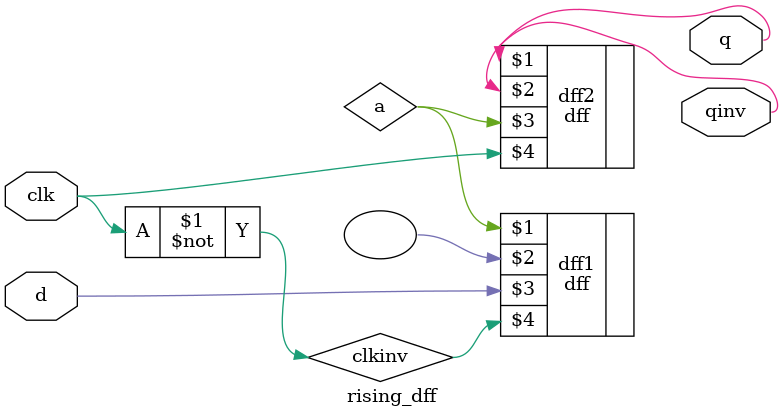
<source format=v>
module rising_dff(q,qinv,d,clk);

output q,qinv;
input  d,clk;
wire a,clkinv;

not(clkinv,clk);

dff dff1(a,,d,clkinv);
dff dff2(q,qinv,a,clk);

endmodule

</source>
